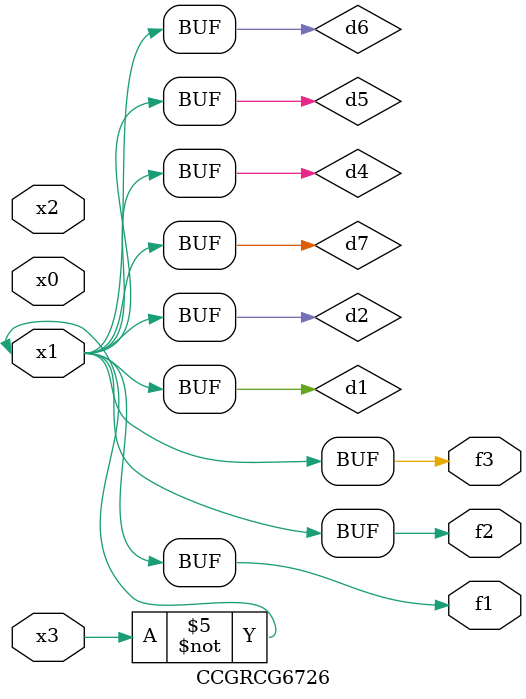
<source format=v>
module CCGRCG6726(
	input x0, x1, x2, x3,
	output f1, f2, f3
);

	wire d1, d2, d3, d4, d5, d6, d7;

	not (d1, x3);
	buf (d2, x1);
	xnor (d3, d1, d2);
	nor (d4, d1);
	buf (d5, d1, d2);
	buf (d6, d4, d5);
	nand (d7, d4);
	assign f1 = d6;
	assign f2 = d7;
	assign f3 = d6;
endmodule

</source>
